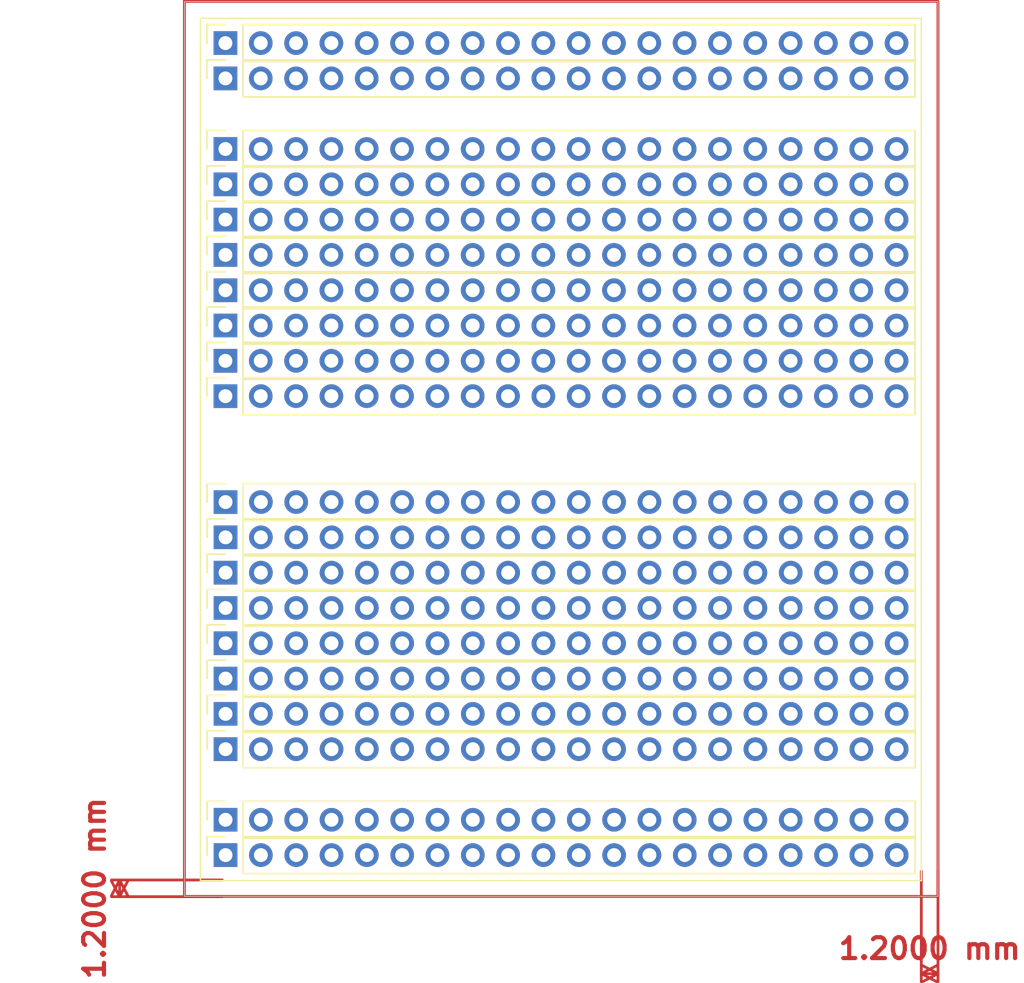
<source format=kicad_pcb>
(kicad_pcb (version 20240108) (generator "pcbnew") (generator_version "8.0")
  (layers (0 "F.Cu" signal) (31 "B.Cu" signal) (34 "B.Paste" user) (35 "F.Paste" user) (36 "B.SilkS" user "B.Silkscreen") (37 "F.SilkS" user "F.Silkscreen") (38 "B.Mask" user) (39 "F.Mask" user) (44 "Edge.Cuts" user))
  (net 0 "")
  (footprint "Connector_PinSocket_2.54mm:PinSocket_1x20_P2.54mm_Vertical" (layer "F.Cu") (at 48.41 92.62 90)
    (property "Reference" "REF**" (hide yes))
    (property "Value" "PinSocket_1x20_P2.54mm_Vertical" (hide yes))
    (pad "1" thru_hole rect (at 0 0 90) (size 1.7 1.7) (drill 1) (layers "*.Cu" "*.Mask"))
    (pad "2" thru_hole oval (at 0 2.54 90) (size 1.7 1.7) (drill 1) (layers "*.Cu" "*.Mask"))
    (pad "3" thru_hole oval (at 0 5.08 90) (size 1.7 1.7) (drill 1) (layers "*.Cu" "*.Mask"))
    (pad "4" thru_hole oval (at 0 7.62 90) (size 1.7 1.7) (drill 1) (layers "*.Cu" "*.Mask"))
    (pad "5" thru_hole oval (at 0 10.16 90) (size 1.7 1.7) (drill 1) (layers "*.Cu" "*.Mask"))
    (pad "6" thru_hole oval (at 0 12.7 90) (size 1.7 1.7) (drill 1) (layers "*.Cu" "*.Mask"))
    (pad "7" thru_hole oval (at 0 15.24 90) (size 1.7 1.7) (drill 1) (layers "*.Cu" "*.Mask"))
    (pad "8" thru_hole oval (at 0 17.78 90) (size 1.7 1.7) (drill 1) (layers "*.Cu" "*.Mask"))
    (pad "9" thru_hole oval (at 0 20.32 90) (size 1.7 1.7) (drill 1) (layers "*.Cu" "*.Mask"))
    (pad "10" thru_hole oval (at 0 22.86 90) (size 1.7 1.7) (drill 1) (layers "*.Cu" "*.Mask"))
    (pad "11" thru_hole oval (at 0 25.4 90) (size 1.7 1.7) (drill 1) (layers "*.Cu" "*.Mask"))
    (pad "12" thru_hole oval (at 0 27.94 90) (size 1.7 1.7) (drill 1) (layers "*.Cu" "*.Mask"))
    (pad "13" thru_hole oval (at 0 30.48 90) (size 1.7 1.7) (drill 1) (layers "*.Cu" "*.Mask"))
    (pad "14" thru_hole oval (at 0 33.02 90) (size 1.7 1.7) (drill 1) (layers "*.Cu" "*.Mask"))
    (pad "15" thru_hole oval (at 0 35.56 90) (size 1.7 1.7) (drill 1) (layers "*.Cu" "*.Mask"))
    (pad "16" thru_hole oval (at 0 38.1 90) (size 1.7 1.7) (drill 1) (layers "*.Cu" "*.Mask"))
    (pad "17" thru_hole oval (at 0 40.64 90) (size 1.7 1.7) (drill 1) (layers "*.Cu" "*.Mask"))
    (pad "18" thru_hole oval (at 0 43.18 90) (size 1.7 1.7) (drill 1) (layers "*.Cu" "*.Mask"))
    (pad "19" thru_hole oval (at 0 45.72 90) (size 1.7 1.7) (drill 1) (layers "*.Cu" "*.Mask"))
    (pad "20" thru_hole oval (at 0 48.26 90) (size 1.7 1.7) (drill 1) (layers "*.Cu" "*.Mask"))
  )
  (footprint "Connector_PinSocket_2.54mm:PinSocket_1x20_P2.54mm_Vertical" (layer "F.Cu") (at 48.4 72.3 90)
    (property "Reference" "REF**" (hide yes))
    (property "Value" "PinSocket_1x20_P2.54mm_Vertical" (hide yes))
    (pad "1" thru_hole rect (at 0 0 90) (size 1.7 1.7) (drill 1) (layers "*.Cu" "*.Mask"))
    (pad "2" thru_hole oval (at 0 2.54 90) (size 1.7 1.7) (drill 1) (layers "*.Cu" "*.Mask"))
    (pad "3" thru_hole oval (at 0 5.08 90) (size 1.7 1.7) (drill 1) (layers "*.Cu" "*.Mask"))
    (pad "4" thru_hole oval (at 0 7.62 90) (size 1.7 1.7) (drill 1) (layers "*.Cu" "*.Mask"))
    (pad "5" thru_hole oval (at 0 10.16 90) (size 1.7 1.7) (drill 1) (layers "*.Cu" "*.Mask"))
    (pad "6" thru_hole oval (at 0 12.7 90) (size 1.7 1.7) (drill 1) (layers "*.Cu" "*.Mask"))
    (pad "7" thru_hole oval (at 0 15.24 90) (size 1.7 1.7) (drill 1) (layers "*.Cu" "*.Mask"))
    (pad "8" thru_hole oval (at 0 17.78 90) (size 1.7 1.7) (drill 1) (layers "*.Cu" "*.Mask"))
    (pad "9" thru_hole oval (at 0 20.32 90) (size 1.7 1.7) (drill 1) (layers "*.Cu" "*.Mask"))
    (pad "10" thru_hole oval (at 0 22.86 90) (size 1.7 1.7) (drill 1) (layers "*.Cu" "*.Mask"))
    (pad "11" thru_hole oval (at 0 25.4 90) (size 1.7 1.7) (drill 1) (layers "*.Cu" "*.Mask"))
    (pad "12" thru_hole oval (at 0 27.94 90) (size 1.7 1.7) (drill 1) (layers "*.Cu" "*.Mask"))
    (pad "13" thru_hole oval (at 0 30.48 90) (size 1.7 1.7) (drill 1) (layers "*.Cu" "*.Mask"))
    (pad "14" thru_hole oval (at 0 33.02 90) (size 1.7 1.7) (drill 1) (layers "*.Cu" "*.Mask"))
    (pad "15" thru_hole oval (at 0 35.56 90) (size 1.7 1.7) (drill 1) (layers "*.Cu" "*.Mask"))
    (pad "16" thru_hole oval (at 0 38.1 90) (size 1.7 1.7) (drill 1) (layers "*.Cu" "*.Mask"))
    (pad "17" thru_hole oval (at 0 40.64 90) (size 1.7 1.7) (drill 1) (layers "*.Cu" "*.Mask"))
    (pad "18" thru_hole oval (at 0 43.18 90) (size 1.7 1.7) (drill 1) (layers "*.Cu" "*.Mask"))
    (pad "19" thru_hole oval (at 0 45.72 90) (size 1.7 1.7) (drill 1) (layers "*.Cu" "*.Mask"))
    (pad "20" thru_hole oval (at 0 48.26 90) (size 1.7 1.7) (drill 1) (layers "*.Cu" "*.Mask"))
  )
  (footprint "Connector_PinSocket_2.54mm:PinSocket_1x20_P2.54mm_Vertical" (layer "F.Cu") (at 48.41 100.24 90)
    (property "Reference" "REF**" (hide yes))
    (property "Value" "PinSocket_1x20_P2.54mm_Vertical" (hide yes))
    (pad "1" thru_hole rect (at 0 0 90) (size 1.7 1.7) (drill 1) (layers "*.Cu" "*.Mask"))
    (pad "2" thru_hole oval (at 0 2.54 90) (size 1.7 1.7) (drill 1) (layers "*.Cu" "*.Mask"))
    (pad "3" thru_hole oval (at 0 5.08 90) (size 1.7 1.7) (drill 1) (layers "*.Cu" "*.Mask"))
    (pad "4" thru_hole oval (at 0 7.62 90) (size 1.7 1.7) (drill 1) (layers "*.Cu" "*.Mask"))
    (pad "5" thru_hole oval (at 0 10.16 90) (size 1.7 1.7) (drill 1) (layers "*.Cu" "*.Mask"))
    (pad "6" thru_hole oval (at 0 12.7 90) (size 1.7 1.7) (drill 1) (layers "*.Cu" "*.Mask"))
    (pad "7" thru_hole oval (at 0 15.24 90) (size 1.7 1.7) (drill 1) (layers "*.Cu" "*.Mask"))
    (pad "8" thru_hole oval (at 0 17.78 90) (size 1.7 1.7) (drill 1) (layers "*.Cu" "*.Mask"))
    (pad "9" thru_hole oval (at 0 20.32 90) (size 1.7 1.7) (drill 1) (layers "*.Cu" "*.Mask"))
    (pad "10" thru_hole oval (at 0 22.86 90) (size 1.7 1.7) (drill 1) (layers "*.Cu" "*.Mask"))
    (pad "11" thru_hole oval (at 0 25.4 90) (size 1.7 1.7) (drill 1) (layers "*.Cu" "*.Mask"))
    (pad "12" thru_hole oval (at 0 27.94 90) (size 1.7 1.7) (drill 1) (layers "*.Cu" "*.Mask"))
    (pad "13" thru_hole oval (at 0 30.48 90) (size 1.7 1.7) (drill 1) (layers "*.Cu" "*.Mask"))
    (pad "14" thru_hole oval (at 0 33.02 90) (size 1.7 1.7) (drill 1) (layers "*.Cu" "*.Mask"))
    (pad "15" thru_hole oval (at 0 35.56 90) (size 1.7 1.7) (drill 1) (layers "*.Cu" "*.Mask"))
    (pad "16" thru_hole oval (at 0 38.1 90) (size 1.7 1.7) (drill 1) (layers "*.Cu" "*.Mask"))
    (pad "17" thru_hole oval (at 0 40.64 90) (size 1.7 1.7) (drill 1) (layers "*.Cu" "*.Mask"))
    (pad "18" thru_hole oval (at 0 43.18 90) (size 1.7 1.7) (drill 1) (layers "*.Cu" "*.Mask"))
    (pad "19" thru_hole oval (at 0 45.72 90) (size 1.7 1.7) (drill 1) (layers "*.Cu" "*.Mask"))
    (pad "20" thru_hole oval (at 0 48.26 90) (size 1.7 1.7) (drill 1) (layers "*.Cu" "*.Mask"))
  )
  (footprint "Connector_PinSocket_2.54mm:PinSocket_1x20_P2.54mm_Vertical" (layer "F.Cu") (at 48.41 97.7 90)
    (property "Reference" "REF**" (hide yes))
    (property "Value" "PinSocket_1x20_P2.54mm_Vertical" (hide yes))
    (pad "1" thru_hole rect (at 0 0 90) (size 1.7 1.7) (drill 1) (layers "*.Cu" "*.Mask"))
    (pad "2" thru_hole oval (at 0 2.54 90) (size 1.7 1.7) (drill 1) (layers "*.Cu" "*.Mask"))
    (pad "3" thru_hole oval (at 0 5.08 90) (size 1.7 1.7) (drill 1) (layers "*.Cu" "*.Mask"))
    (pad "4" thru_hole oval (at 0 7.62 90) (size 1.7 1.7) (drill 1) (layers "*.Cu" "*.Mask"))
    (pad "5" thru_hole oval (at 0 10.16 90) (size 1.7 1.7) (drill 1) (layers "*.Cu" "*.Mask"))
    (pad "6" thru_hole oval (at 0 12.7 90) (size 1.7 1.7) (drill 1) (layers "*.Cu" "*.Mask"))
    (pad "7" thru_hole oval (at 0 15.24 90) (size 1.7 1.7) (drill 1) (layers "*.Cu" "*.Mask"))
    (pad "8" thru_hole oval (at 0 17.78 90) (size 1.7 1.7) (drill 1) (layers "*.Cu" "*.Mask"))
    (pad "9" thru_hole oval (at 0 20.32 90) (size 1.7 1.7) (drill 1) (layers "*.Cu" "*.Mask"))
    (pad "10" thru_hole oval (at 0 22.86 90) (size 1.7 1.7) (drill 1) (layers "*.Cu" "*.Mask"))
    (pad "11" thru_hole oval (at 0 25.4 90) (size 1.7 1.7) (drill 1) (layers "*.Cu" "*.Mask"))
    (pad "12" thru_hole oval (at 0 27.94 90) (size 1.7 1.7) (drill 1) (layers "*.Cu" "*.Mask"))
    (pad "13" thru_hole oval (at 0 30.48 90) (size 1.7 1.7) (drill 1) (layers "*.Cu" "*.Mask"))
    (pad "14" thru_hole oval (at 0 33.02 90) (size 1.7 1.7) (drill 1) (layers "*.Cu" "*.Mask"))
    (pad "15" thru_hole oval (at 0 35.56 90) (size 1.7 1.7) (drill 1) (layers "*.Cu" "*.Mask"))
    (pad "16" thru_hole oval (at 0 38.1 90) (size 1.7 1.7) (drill 1) (layers "*.Cu" "*.Mask"))
    (pad "17" thru_hole oval (at 0 40.64 90) (size 1.7 1.7) (drill 1) (layers "*.Cu" "*.Mask"))
    (pad "18" thru_hole oval (at 0 43.18 90) (size 1.7 1.7) (drill 1) (layers "*.Cu" "*.Mask"))
    (pad "19" thru_hole oval (at 0 45.72 90) (size 1.7 1.7) (drill 1) (layers "*.Cu" "*.Mask"))
    (pad "20" thru_hole oval (at 0 48.26 90) (size 1.7 1.7) (drill 1) (layers "*.Cu" "*.Mask"))
  )
  (footprint "Connector_PinSocket_2.54mm:PinSocket_1x20_P2.54mm_Vertical" (layer "F.Cu") (at 48.4 69.76 90)
    (property "Reference" "REF**" (hide yes))
    (property "Value" "PinSocket_1x20_P2.54mm_Vertical" (hide yes))
    (pad "1" thru_hole rect (at 0 0 90) (size 1.7 1.7) (drill 1) (layers "*.Cu" "*.Mask"))
    (pad "2" thru_hole oval (at 0 2.54 90) (size 1.7 1.7) (drill 1) (layers "*.Cu" "*.Mask"))
    (pad "3" thru_hole oval (at 0 5.08 90) (size 1.7 1.7) (drill 1) (layers "*.Cu" "*.Mask"))
    (pad "4" thru_hole oval (at 0 7.62 90) (size 1.7 1.7) (drill 1) (layers "*.Cu" "*.Mask"))
    (pad "5" thru_hole oval (at 0 10.16 90) (size 1.7 1.7) (drill 1) (layers "*.Cu" "*.Mask"))
    (pad "6" thru_hole oval (at 0 12.7 90) (size 1.7 1.7) (drill 1) (layers "*.Cu" "*.Mask"))
    (pad "7" thru_hole oval (at 0 15.24 90) (size 1.7 1.7) (drill 1) (layers "*.Cu" "*.Mask"))
    (pad "8" thru_hole oval (at 0 17.78 90) (size 1.7 1.7) (drill 1) (layers "*.Cu" "*.Mask"))
    (pad "9" thru_hole oval (at 0 20.32 90) (size 1.7 1.7) (drill 1) (layers "*.Cu" "*.Mask"))
    (pad "10" thru_hole oval (at 0 22.86 90) (size 1.7 1.7) (drill 1) (layers "*.Cu" "*.Mask"))
    (pad "11" thru_hole oval (at 0 25.4 90) (size 1.7 1.7) (drill 1) (layers "*.Cu" "*.Mask"))
    (pad "12" thru_hole oval (at 0 27.94 90) (size 1.7 1.7) (drill 1) (layers "*.Cu" "*.Mask"))
    (pad "13" thru_hole oval (at 0 30.48 90) (size 1.7 1.7) (drill 1) (layers "*.Cu" "*.Mask"))
    (pad "14" thru_hole oval (at 0 33.02 90) (size 1.7 1.7) (drill 1) (layers "*.Cu" "*.Mask"))
    (pad "15" thru_hole oval (at 0 35.56 90) (size 1.7 1.7) (drill 1) (layers "*.Cu" "*.Mask"))
    (pad "16" thru_hole oval (at 0 38.1 90) (size 1.7 1.7) (drill 1) (layers "*.Cu" "*.Mask"))
    (pad "17" thru_hole oval (at 0 40.64 90) (size 1.7 1.7) (drill 1) (layers "*.Cu" "*.Mask"))
    (pad "18" thru_hole oval (at 0 43.18 90) (size 1.7 1.7) (drill 1) (layers "*.Cu" "*.Mask"))
    (pad "19" thru_hole oval (at 0 45.72 90) (size 1.7 1.7) (drill 1) (layers "*.Cu" "*.Mask"))
    (pad "20" thru_hole oval (at 0 48.26 90) (size 1.7 1.7) (drill 1) (layers "*.Cu" "*.Mask"))
  )
  (footprint "Connector_PinSocket_2.54mm:PinSocket_1x20_P2.54mm_Vertical" (layer "F.Cu") (at 48.4 64.68 90)
    (property "Reference" "REF**" (hide yes))
    (property "Value" "PinSocket_1x20_P2.54mm_Vertical" (hide yes))
    (pad "1" thru_hole rect (at 0 0 90) (size 1.7 1.7) (drill 1) (layers "*.Cu" "*.Mask"))
    (pad "2" thru_hole oval (at 0 2.54 90) (size 1.7 1.7) (drill 1) (layers "*.Cu" "*.Mask"))
    (pad "3" thru_hole oval (at 0 5.08 90) (size 1.7 1.7) (drill 1) (layers "*.Cu" "*.Mask"))
    (pad "4" thru_hole oval (at 0 7.62 90) (size 1.7 1.7) (drill 1) (layers "*.Cu" "*.Mask"))
    (pad "5" thru_hole oval (at 0 10.16 90) (size 1.7 1.7) (drill 1) (layers "*.Cu" "*.Mask"))
    (pad "6" thru_hole oval (at 0 12.7 90) (size 1.7 1.7) (drill 1) (layers "*.Cu" "*.Mask"))
    (pad "7" thru_hole oval (at 0 15.24 90) (size 1.7 1.7) (drill 1) (layers "*.Cu" "*.Mask"))
    (pad "8" thru_hole oval (at 0 17.78 90) (size 1.7 1.7) (drill 1) (layers "*.Cu" "*.Mask"))
    (pad "9" thru_hole oval (at 0 20.32 90) (size 1.7 1.7) (drill 1) (layers "*.Cu" "*.Mask"))
    (pad "10" thru_hole oval (at 0 22.86 90) (size 1.7 1.7) (drill 1) (layers "*.Cu" "*.Mask"))
    (pad "11" thru_hole oval (at 0 25.4 90) (size 1.7 1.7) (drill 1) (layers "*.Cu" "*.Mask"))
    (pad "12" thru_hole oval (at 0 27.94 90) (size 1.7 1.7) (drill 1) (layers "*.Cu" "*.Mask"))
    (pad "13" thru_hole oval (at 0 30.48 90) (size 1.7 1.7) (drill 1) (layers "*.Cu" "*.Mask"))
    (pad "14" thru_hole oval (at 0 33.02 90) (size 1.7 1.7) (drill 1) (layers "*.Cu" "*.Mask"))
    (pad "15" thru_hole oval (at 0 35.56 90) (size 1.7 1.7) (drill 1) (layers "*.Cu" "*.Mask"))
    (pad "16" thru_hole oval (at 0 38.1 90) (size 1.7 1.7) (drill 1) (layers "*.Cu" "*.Mask"))
    (pad "17" thru_hole oval (at 0 40.64 90) (size 1.7 1.7) (drill 1) (layers "*.Cu" "*.Mask"))
    (pad "18" thru_hole oval (at 0 43.18 90) (size 1.7 1.7) (drill 1) (layers "*.Cu" "*.Mask"))
    (pad "19" thru_hole oval (at 0 45.72 90) (size 1.7 1.7) (drill 1) (layers "*.Cu" "*.Mask"))
    (pad "20" thru_hole oval (at 0 48.26 90) (size 1.7 1.7) (drill 1) (layers "*.Cu" "*.Mask"))
  )
  (footprint "Connector_PinSocket_2.54mm:PinSocket_1x20_P2.54mm_Vertical" (layer "F.Cu") (at 48.4 62.14 90)
    (property "Reference" "REF**" (hide yes))
    (property "Value" "PinSocket_1x20_P2.54mm_Vertical" (hide yes))
    (pad "1" thru_hole rect (at 0 0 90) (size 1.7 1.7) (drill 1) (layers "*.Cu" "*.Mask"))
    (pad "2" thru_hole oval (at 0 2.54 90) (size 1.7 1.7) (drill 1) (layers "*.Cu" "*.Mask"))
    (pad "3" thru_hole oval (at 0 5.08 90) (size 1.7 1.7) (drill 1) (layers "*.Cu" "*.Mask"))
    (pad "4" thru_hole oval (at 0 7.62 90) (size 1.7 1.7) (drill 1) (layers "*.Cu" "*.Mask"))
    (pad "5" thru_hole oval (at 0 10.16 90) (size 1.7 1.7) (drill 1) (layers "*.Cu" "*.Mask"))
    (pad "6" thru_hole oval (at 0 12.7 90) (size 1.7 1.7) (drill 1) (layers "*.Cu" "*.Mask"))
    (pad "7" thru_hole oval (at 0 15.24 90) (size 1.7 1.7) (drill 1) (layers "*.Cu" "*.Mask"))
    (pad "8" thru_hole oval (at 0 17.78 90) (size 1.7 1.7) (drill 1) (layers "*.Cu" "*.Mask"))
    (pad "9" thru_hole oval (at 0 20.32 90) (size 1.7 1.7) (drill 1) (layers "*.Cu" "*.Mask"))
    (pad "10" thru_hole oval (at 0 22.86 90) (size 1.7 1.7) (drill 1) (layers "*.Cu" "*.Mask"))
    (pad "11" thru_hole oval (at 0 25.4 90) (size 1.7 1.7) (drill 1) (layers "*.Cu" "*.Mask"))
    (pad "12" thru_hole oval (at 0 27.94 90) (size 1.7 1.7) (drill 1) (layers "*.Cu" "*.Mask"))
    (pad "13" thru_hole oval (at 0 30.48 90) (size 1.7 1.7) (drill 1) (layers "*.Cu" "*.Mask"))
    (pad "14" thru_hole oval (at 0 33.02 90) (size 1.7 1.7) (drill 1) (layers "*.Cu" "*.Mask"))
    (pad "15" thru_hole oval (at 0 35.56 90) (size 1.7 1.7) (drill 1) (layers "*.Cu" "*.Mask"))
    (pad "16" thru_hole oval (at 0 38.1 90) (size 1.7 1.7) (drill 1) (layers "*.Cu" "*.Mask"))
    (pad "17" thru_hole oval (at 0 40.64 90) (size 1.7 1.7) (drill 1) (layers "*.Cu" "*.Mask"))
    (pad "18" thru_hole oval (at 0 43.18 90) (size 1.7 1.7) (drill 1) (layers "*.Cu" "*.Mask"))
    (pad "19" thru_hole oval (at 0 45.72 90) (size 1.7 1.7) (drill 1) (layers "*.Cu" "*.Mask"))
    (pad "20" thru_hole oval (at 0 48.26 90) (size 1.7 1.7) (drill 1) (layers "*.Cu" "*.Mask"))
  )
  (footprint "Connector_PinSocket_2.54mm:PinSocket_1x20_P2.54mm_Vertical" (layer "F.Cu") (at 48.41 95.16 90)
    (property "Reference" "REF**" (hide yes))
    (property "Value" "PinSocket_1x20_P2.54mm_Vertical" (hide yes))
    (pad "1" thru_hole rect (at 0 0 90) (size 1.7 1.7) (drill 1) (layers "*.Cu" "*.Mask"))
    (pad "2" thru_hole oval (at 0 2.54 90) (size 1.7 1.7) (drill 1) (layers "*.Cu" "*.Mask"))
    (pad "3" thru_hole oval (at 0 5.08 90) (size 1.7 1.7) (drill 1) (layers "*.Cu" "*.Mask"))
    (pad "4" thru_hole oval (at 0 7.62 90) (size 1.7 1.7) (drill 1) (layers "*.Cu" "*.Mask"))
    (pad "5" thru_hole oval (at 0 10.16 90) (size 1.7 1.7) (drill 1) (layers "*.Cu" "*.Mask"))
    (pad "6" thru_hole oval (at 0 12.7 90) (size 1.7 1.7) (drill 1) (layers "*.Cu" "*.Mask"))
    (pad "7" thru_hole oval (at 0 15.24 90) (size 1.7 1.7) (drill 1) (layers "*.Cu" "*.Mask"))
    (pad "8" thru_hole oval (at 0 17.78 90) (size 1.7 1.7) (drill 1) (layers "*.Cu" "*.Mask"))
    (pad "9" thru_hole oval (at 0 20.32 90) (size 1.7 1.7) (drill 1) (layers "*.Cu" "*.Mask"))
    (pad "10" thru_hole oval (at 0 22.86 90) (size 1.7 1.7) (drill 1) (layers "*.Cu" "*.Mask"))
    (pad "11" thru_hole oval (at 0 25.4 90) (size 1.7 1.7) (drill 1) (layers "*.Cu" "*.Mask"))
    (pad "12" thru_hole oval (at 0 27.94 90) (size 1.7 1.7) (drill 1) (layers "*.Cu" "*.Mask"))
    (pad "13" thru_hole oval (at 0 30.48 90) (size 1.7 1.7) (drill 1) (layers "*.Cu" "*.Mask"))
    (pad "14" thru_hole oval (at 0 33.02 90) (size 1.7 1.7) (drill 1) (layers "*.Cu" "*.Mask"))
    (pad "15" thru_hole oval (at 0 35.56 90) (size 1.7 1.7) (drill 1) (layers "*.Cu" "*.Mask"))
    (pad "16" thru_hole oval (at 0 38.1 90) (size 1.7 1.7) (drill 1) (layers "*.Cu" "*.Mask"))
    (pad "17" thru_hole oval (at 0 40.64 90) (size 1.7 1.7) (drill 1) (layers "*.Cu" "*.Mask"))
    (pad "18" thru_hole oval (at 0 43.18 90) (size 1.7 1.7) (drill 1) (layers "*.Cu" "*.Mask"))
    (pad "19" thru_hole oval (at 0 45.72 90) (size 1.7 1.7) (drill 1) (layers "*.Cu" "*.Mask"))
    (pad "20" thru_hole oval (at 0 48.26 90) (size 1.7 1.7) (drill 1) (layers "*.Cu" "*.Mask"))
  )
  (footprint "Connector_PinSocket_2.54mm:PinSocket_1x20_P2.54mm_Vertical" (layer "F.Cu") (at 48.41 90.08 90)
    (property "Reference" "REF**" (hide yes))
    (property "Value" "PinSocket_1x20_P2.54mm_Vertical" (hide yes))
    (pad "1" thru_hole rect (at 0 0 90) (size 1.7 1.7) (drill 1) (layers "*.Cu" "*.Mask"))
    (pad "2" thru_hole oval (at 0 2.54 90) (size 1.7 1.7) (drill 1) (layers "*.Cu" "*.Mask"))
    (pad "3" thru_hole oval (at 0 5.08 90) (size 1.7 1.7) (drill 1) (layers "*.Cu" "*.Mask"))
    (pad "4" thru_hole oval (at 0 7.62 90) (size 1.7 1.7) (drill 1) (layers "*.Cu" "*.Mask"))
    (pad "5" thru_hole oval (at 0 10.16 90) (size 1.7 1.7) (drill 1) (layers "*.Cu" "*.Mask"))
    (pad "6" thru_hole oval (at 0 12.7 90) (size 1.7 1.7) (drill 1) (layers "*.Cu" "*.Mask"))
    (pad "7" thru_hole oval (at 0 15.24 90) (size 1.7 1.7) (drill 1) (layers "*.Cu" "*.Mask"))
    (pad "8" thru_hole oval (at 0 17.78 90) (size 1.7 1.7) (drill 1) (layers "*.Cu" "*.Mask"))
    (pad "9" thru_hole oval (at 0 20.32 90) (size 1.7 1.7) (drill 1) (layers "*.Cu" "*.Mask"))
    (pad "10" thru_hole oval (at 0 22.86 90) (size 1.7 1.7) (drill 1) (layers "*.Cu" "*.Mask"))
    (pad "11" thru_hole oval (at 0 25.4 90) (size 1.7 1.7) (drill 1) (layers "*.Cu" "*.Mask"))
    (pad "12" thru_hole oval (at 0 27.94 90) (size 1.7 1.7) (drill 1) (layers "*.Cu" "*.Mask"))
    (pad "13" thru_hole oval (at 0 30.48 90) (size 1.7 1.7) (drill 1) (layers "*.Cu" "*.Mask"))
    (pad "14" thru_hole oval (at 0 33.02 90) (size 1.7 1.7) (drill 1) (layers "*.Cu" "*.Mask"))
    (pad "15" thru_hole oval (at 0 35.56 90) (size 1.7 1.7) (drill 1) (layers "*.Cu" "*.Mask"))
    (pad "16" thru_hole oval (at 0 38.1 90) (size 1.7 1.7) (drill 1) (layers "*.Cu" "*.Mask"))
    (pad "17" thru_hole oval (at 0 40.64 90) (size 1.7 1.7) (drill 1) (layers "*.Cu" "*.Mask"))
    (pad "18" thru_hole oval (at 0 43.18 90) (size 1.7 1.7) (drill 1) (layers "*.Cu" "*.Mask"))
    (pad "19" thru_hole oval (at 0 45.72 90) (size 1.7 1.7) (drill 1) (layers "*.Cu" "*.Mask"))
    (pad "20" thru_hole oval (at 0 48.26 90) (size 1.7 1.7) (drill 1) (layers "*.Cu" "*.Mask"))
  )
  (footprint "Connector_PinSocket_2.54mm:PinSocket_1x20_P2.54mm_Vertical" (layer "F.Cu") (at 48.41 107.86 90)
    (property "Reference" "REF**" (hide yes))
    (property "Value" "PinSocket_1x20_P2.54mm_Vertical" (hide yes))
    (pad "1" thru_hole rect (at 0 0 90) (size 1.7 1.7) (drill 1) (layers "*.Cu" "*.Mask"))
    (pad "2" thru_hole oval (at 0 2.54 90) (size 1.7 1.7) (drill 1) (layers "*.Cu" "*.Mask"))
    (pad "3" thru_hole oval (at 0 5.08 90) (size 1.7 1.7) (drill 1) (layers "*.Cu" "*.Mask"))
    (pad "4" thru_hole oval (at 0 7.62 90) (size 1.7 1.7) (drill 1) (layers "*.Cu" "*.Mask"))
    (pad "5" thru_hole oval (at 0 10.16 90) (size 1.7 1.7) (drill 1) (layers "*.Cu" "*.Mask"))
    (pad "6" thru_hole oval (at 0 12.7 90) (size 1.7 1.7) (drill 1) (layers "*.Cu" "*.Mask"))
    (pad "7" thru_hole oval (at 0 15.24 90) (size 1.7 1.7) (drill 1) (layers "*.Cu" "*.Mask"))
    (pad "8" thru_hole oval (at 0 17.78 90) (size 1.7 1.7) (drill 1) (layers "*.Cu" "*.Mask"))
    (pad "9" thru_hole oval (at 0 20.32 90) (size 1.7 1.7) (drill 1) (layers "*.Cu" "*.Mask"))
    (pad "10" thru_hole oval (at 0 22.86 90) (size 1.7 1.7) (drill 1) (layers "*.Cu" "*.Mask"))
    (pad "11" thru_hole oval (at 0 25.4 90) (size 1.7 1.7) (drill 1) (layers "*.Cu" "*.Mask"))
    (pad "12" thru_hole oval (at 0 27.94 90) (size 1.7 1.7) (drill 1) (layers "*.Cu" "*.Mask"))
    (pad "13" thru_hole oval (at 0 30.48 90) (size 1.7 1.7) (drill 1) (layers "*.Cu" "*.Mask"))
    (pad "14" thru_hole oval (at 0 33.02 90) (size 1.7 1.7) (drill 1) (layers "*.Cu" "*.Mask"))
    (pad "15" thru_hole oval (at 0 35.56 90) (size 1.7 1.7) (drill 1) (layers "*.Cu" "*.Mask"))
    (pad "16" thru_hole oval (at 0 38.1 90) (size 1.7 1.7) (drill 1) (layers "*.Cu" "*.Mask"))
    (pad "17" thru_hole oval (at 0 40.64 90) (size 1.7 1.7) (drill 1) (layers "*.Cu" "*.Mask"))
    (pad "18" thru_hole oval (at 0 43.18 90) (size 1.7 1.7) (drill 1) (layers "*.Cu" "*.Mask"))
    (pad "19" thru_hole oval (at 0 45.72 90) (size 1.7 1.7) (drill 1) (layers "*.Cu" "*.Mask"))
    (pad "20" thru_hole oval (at 0 48.26 90) (size 1.7 1.7) (drill 1) (layers "*.Cu" "*.Mask"))
  )
  (footprint "Connector_PinSocket_2.54mm:PinSocket_1x20_P2.54mm_Vertical" (layer "F.Cu") (at 48.41 87.54 90)
    (property "Reference" "REF**" (hide yes))
    (property "Value" "PinSocket_1x20_P2.54mm_Vertical" (hide yes))
    (pad "1" thru_hole rect (at 0 0 90) (size 1.7 1.7) (drill 1) (layers "*.Cu" "*.Mask"))
    (pad "2" thru_hole oval (at 0 2.54 90) (size 1.7 1.7) (drill 1) (layers "*.Cu" "*.Mask"))
    (pad "3" thru_hole oval (at 0 5.08 90) (size 1.7 1.7) (drill 1) (layers "*.Cu" "*.Mask"))
    (pad "4" thru_hole oval (at 0 7.62 90) (size 1.7 1.7) (drill 1) (layers "*.Cu" "*.Mask"))
    (pad "5" thru_hole oval (at 0 10.16 90) (size 1.7 1.7) (drill 1) (layers "*.Cu" "*.Mask"))
    (pad "6" thru_hole oval (at 0 12.7 90) (size 1.7 1.7) (drill 1) (layers "*.Cu" "*.Mask"))
    (pad "7" thru_hole oval (at 0 15.24 90) (size 1.7 1.7) (drill 1) (layers "*.Cu" "*.Mask"))
    (pad "8" thru_hole oval (at 0 17.78 90) (size 1.7 1.7) (drill 1) (layers "*.Cu" "*.Mask"))
    (pad "9" thru_hole oval (at 0 20.32 90) (size 1.7 1.7) (drill 1) (layers "*.Cu" "*.Mask"))
    (pad "10" thru_hole oval (at 0 22.86 90) (size 1.7 1.7) (drill 1) (layers "*.Cu" "*.Mask"))
    (pad "11" thru_hole oval (at 0 25.4 90) (size 1.7 1.7) (drill 1) (layers "*.Cu" "*.Mask"))
    (pad "12" thru_hole oval (at 0 27.94 90) (size 1.7 1.7) (drill 1) (layers "*.Cu" "*.Mask"))
    (pad "13" thru_hole oval (at 0 30.48 90) (size 1.7 1.7) (drill 1) (layers "*.Cu" "*.Mask"))
    (pad "14" thru_hole oval (at 0 33.02 90) (size 1.7 1.7) (drill 1) (layers "*.Cu" "*.Mask"))
    (pad "15" thru_hole oval (at 0 35.56 90) (size 1.7 1.7) (drill 1) (layers "*.Cu" "*.Mask"))
    (pad "16" thru_hole oval (at 0 38.1 90) (size 1.7 1.7) (drill 1) (layers "*.Cu" "*.Mask"))
    (pad "17" thru_hole oval (at 0 40.64 90) (size 1.7 1.7) (drill 1) (layers "*.Cu" "*.Mask"))
    (pad "18" thru_hole oval (at 0 43.18 90) (size 1.7 1.7) (drill 1) (layers "*.Cu" "*.Mask"))
    (pad "19" thru_hole oval (at 0 45.72 90) (size 1.7 1.7) (drill 1) (layers "*.Cu" "*.Mask"))
    (pad "20" thru_hole oval (at 0 48.26 90) (size 1.7 1.7) (drill 1) (layers "*.Cu" "*.Mask"))
  )
  (footprint "Connector_PinSocket_2.54mm:PinSocket_1x20_P2.54mm_Vertical" (layer "F.Cu") (at 48.4 67.22 90)
    (property "Reference" "REF**" (hide yes))
    (property "Value" "PinSocket_1x20_P2.54mm_Vertical" (hide yes))
    (pad "1" thru_hole rect (at 0 0 90) (size 1.7 1.7) (drill 1) (layers "*.Cu" "*.Mask"))
    (pad "2" thru_hole oval (at 0 2.54 90) (size 1.7 1.7) (drill 1) (layers "*.Cu" "*.Mask"))
    (pad "3" thru_hole oval (at 0 5.08 90) (size 1.7 1.7) (drill 1) (layers "*.Cu" "*.Mask"))
    (pad "4" thru_hole oval (at 0 7.62 90) (size 1.7 1.7) (drill 1) (layers "*.Cu" "*.Mask"))
    (pad "5" thru_hole oval (at 0 10.16 90) (size 1.7 1.7) (drill 1) (layers "*.Cu" "*.Mask"))
    (pad "6" thru_hole oval (at 0 12.7 90) (size 1.7 1.7) (drill 1) (layers "*.Cu" "*.Mask"))
    (pad "7" thru_hole oval (at 0 15.24 90) (size 1.7 1.7) (drill 1) (layers "*.Cu" "*.Mask"))
    (pad "8" thru_hole oval (at 0 17.78 90) (size 1.7 1.7) (drill 1) (layers "*.Cu" "*.Mask"))
    (pad "9" thru_hole oval (at 0 20.32 90) (size 1.7 1.7) (drill 1) (layers "*.Cu" "*.Mask"))
    (pad "10" thru_hole oval (at 0 22.86 90) (size 1.7 1.7) (drill 1) (layers "*.Cu" "*.Mask"))
    (pad "11" thru_hole oval (at 0 25.4 90) (size 1.7 1.7) (drill 1) (layers "*.Cu" "*.Mask"))
    (pad "12" thru_hole oval (at 0 27.94 90) (size 1.7 1.7) (drill 1) (layers "*.Cu" "*.Mask"))
    (pad "13" thru_hole oval (at 0 30.48 90) (size 1.7 1.7) (drill 1) (layers "*.Cu" "*.Mask"))
    (pad "14" thru_hole oval (at 0 33.02 90) (size 1.7 1.7) (drill 1) (layers "*.Cu" "*.Mask"))
    (pad "15" thru_hole oval (at 0 35.56 90) (size 1.7 1.7) (drill 1) (layers "*.Cu" "*.Mask"))
    (pad "16" thru_hole oval (at 0 38.1 90) (size 1.7 1.7) (drill 1) (layers "*.Cu" "*.Mask"))
    (pad "17" thru_hole oval (at 0 40.64 90) (size 1.7 1.7) (drill 1) (layers "*.Cu" "*.Mask"))
    (pad "18" thru_hole oval (at 0 43.18 90) (size 1.7 1.7) (drill 1) (layers "*.Cu" "*.Mask"))
    (pad "19" thru_hole oval (at 0 45.72 90) (size 1.7 1.7) (drill 1) (layers "*.Cu" "*.Mask"))
    (pad "20" thru_hole oval (at 0 48.26 90) (size 1.7 1.7) (drill 1) (layers "*.Cu" "*.Mask"))
  )
  (footprint "Connector_PinSocket_2.54mm:PinSocket_1x20_P2.54mm_Vertical" (layer "F.Cu") (at 48.4 59.6 90)
    (property "Reference" "REF**" (hide yes))
    (property "Value" "PinSocket_1x20_P2.54mm_Vertical" (hide yes))
    (pad "1" thru_hole rect (at 0 0 90) (size 1.7 1.7) (drill 1) (layers "*.Cu" "*.Mask"))
    (pad "2" thru_hole oval (at 0 2.54 90) (size 1.7 1.7) (drill 1) (layers "*.Cu" "*.Mask"))
    (pad "3" thru_hole oval (at 0 5.08 90) (size 1.7 1.7) (drill 1) (layers "*.Cu" "*.Mask"))
    (pad "4" thru_hole oval (at 0 7.62 90) (size 1.7 1.7) (drill 1) (layers "*.Cu" "*.Mask"))
    (pad "5" thru_hole oval (at 0 10.16 90) (size 1.7 1.7) (drill 1) (layers "*.Cu" "*.Mask"))
    (pad "6" thru_hole oval (at 0 12.7 90) (size 1.7 1.7) (drill 1) (layers "*.Cu" "*.Mask"))
    (pad "7" thru_hole oval (at 0 15.24 90) (size 1.7 1.7) (drill 1) (layers "*.Cu" "*.Mask"))
    (pad "8" thru_hole oval (at 0 17.78 90) (size 1.7 1.7) (drill 1) (layers "*.Cu" "*.Mask"))
    (pad "9" thru_hole oval (at 0 20.32 90) (size 1.7 1.7) (drill 1) (layers "*.Cu" "*.Mask"))
    (pad "10" thru_hole oval (at 0 22.86 90) (size 1.7 1.7) (drill 1) (layers "*.Cu" "*.Mask"))
    (pad "11" thru_hole oval (at 0 25.4 90) (size 1.7 1.7) (drill 1) (layers "*.Cu" "*.Mask"))
    (pad "12" thru_hole oval (at 0 27.94 90) (size 1.7 1.7) (drill 1) (layers "*.Cu" "*.Mask"))
    (pad "13" thru_hole oval (at 0 30.48 90) (size 1.7 1.7) (drill 1) (layers "*.Cu" "*.Mask"))
    (pad "14" thru_hole oval (at 0 33.02 90) (size 1.7 1.7) (drill 1) (layers "*.Cu" "*.Mask"))
    (pad "15" thru_hole oval (at 0 35.56 90) (size 1.7 1.7) (drill 1) (layers "*.Cu" "*.Mask"))
    (pad "16" thru_hole oval (at 0 38.1 90) (size 1.7 1.7) (drill 1) (layers "*.Cu" "*.Mask"))
    (pad "17" thru_hole oval (at 0 40.64 90) (size 1.7 1.7) (drill 1) (layers "*.Cu" "*.Mask"))
    (pad "18" thru_hole oval (at 0 43.18 90) (size 1.7 1.7) (drill 1) (layers "*.Cu" "*.Mask"))
    (pad "19" thru_hole oval (at 0 45.72 90) (size 1.7 1.7) (drill 1) (layers "*.Cu" "*.Mask"))
    (pad "20" thru_hole oval (at 0 48.26 90) (size 1.7 1.7) (drill 1) (layers "*.Cu" "*.Mask"))
  )
  (footprint "Connector_PinSocket_2.54mm:PinSocket_1x20_P2.54mm_Vertical" (layer "F.Cu") (at 48.41 105.32 90)
    (property "Reference" "REF**" (hide yes))
    (property "Value" "PinSocket_1x20_P2.54mm_Vertical" (hide yes))
    (pad "1" thru_hole rect (at 0 0 90) (size 1.7 1.7) (drill 1) (layers "*.Cu" "*.Mask"))
    (pad "2" thru_hole oval (at 0 2.54 90) (size 1.7 1.7) (drill 1) (layers "*.Cu" "*.Mask"))
    (pad "3" thru_hole oval (at 0 5.08 90) (size 1.7 1.7) (drill 1) (layers "*.Cu" "*.Mask"))
    (pad "4" thru_hole oval (at 0 7.62 90) (size 1.7 1.7) (drill 1) (layers "*.Cu" "*.Mask"))
    (pad "5" thru_hole oval (at 0 10.16 90) (size 1.7 1.7) (drill 1) (layers "*.Cu" "*.Mask"))
    (pad "6" thru_hole oval (at 0 12.7 90) (size 1.7 1.7) (drill 1) (layers "*.Cu" "*.Mask"))
    (pad "7" thru_hole oval (at 0 15.24 90) (size 1.7 1.7) (drill 1) (layers "*.Cu" "*.Mask"))
    (pad "8" thru_hole oval (at 0 17.78 90) (size 1.7 1.7) (drill 1) (layers "*.Cu" "*.Mask"))
    (pad "9" thru_hole oval (at 0 20.32 90) (size 1.7 1.7) (drill 1) (layers "*.Cu" "*.Mask"))
    (pad "10" thru_hole oval (at 0 22.86 90) (size 1.7 1.7) (drill 1) (layers "*.Cu" "*.Mask"))
    (pad "11" thru_hole oval (at 0 25.4 90) (size 1.7 1.7) (drill 1) (layers "*.Cu" "*.Mask"))
    (pad "12" thru_hole oval (at 0 27.94 90) (size 1.7 1.7) (drill 1) (layers "*.Cu" "*.Mask"))
    (pad "13" thru_hole oval (at 0 30.48 90) (size 1.7 1.7) (drill 1) (layers "*.Cu" "*.Mask"))
    (pad "14" thru_hole oval (at 0 33.02 90) (size 1.7 1.7) (drill 1) (layers "*.Cu" "*.Mask"))
    (pad "15" thru_hole oval (at 0 35.56 90) (size 1.7 1.7) (drill 1) (layers "*.Cu" "*.Mask"))
    (pad "16" thru_hole oval (at 0 38.1 90) (size 1.7 1.7) (drill 1) (layers "*.Cu" "*.Mask"))
    (pad "17" thru_hole oval (at 0 40.64 90) (size 1.7 1.7) (drill 1) (layers "*.Cu" "*.Mask"))
    (pad "18" thru_hole oval (at 0 43.18 90) (size 1.7 1.7) (drill 1) (layers "*.Cu" "*.Mask"))
    (pad "19" thru_hole oval (at 0 45.72 90) (size 1.7 1.7) (drill 1) (layers "*.Cu" "*.Mask"))
    (pad "20" thru_hole oval (at 0 48.26 90) (size 1.7 1.7) (drill 1) (layers "*.Cu" "*.Mask"))
  )
  (footprint "Connector_PinSocket_2.54mm:PinSocket_1x20_P2.54mm_Vertical" (layer "F.Cu") (at 48.4 57.06 90)
    (property "Reference" "REF**" (hide yes))
    (property "Value" "PinSocket_1x20_P2.54mm_Vertical" (hide yes))
    (pad "1" thru_hole rect (at 0 0 90) (size 1.7 1.7) (drill 1) (layers "*.Cu" "*.Mask"))
    (pad "2" thru_hole oval (at 0 2.54 90) (size 1.7 1.7) (drill 1) (layers "*.Cu" "*.Mask"))
    (pad "3" thru_hole oval (at 0 5.08 90) (size 1.7 1.7) (drill 1) (layers "*.Cu" "*.Mask"))
    (pad "4" thru_hole oval (at 0 7.62 90) (size 1.7 1.7) (drill 1) (layers "*.Cu" "*.Mask"))
    (pad "5" thru_hole oval (at 0 10.16 90) (size 1.7 1.7) (drill 1) (layers "*.Cu" "*.Mask"))
    (pad "6" thru_hole oval (at 0 12.7 90) (size 1.7 1.7) (drill 1) (layers "*.Cu" "*.Mask"))
    (pad "7" thru_hole oval (at 0 15.24 90) (size 1.7 1.7) (drill 1) (layers "*.Cu" "*.Mask"))
    (pad "8" thru_hole oval (at 0 17.78 90) (size 1.7 1.7) (drill 1) (layers "*.Cu" "*.Mask"))
    (pad "9" thru_hole oval (at 0 20.32 90) (size 1.7 1.7) (drill 1) (layers "*.Cu" "*.Mask"))
    (pad "10" thru_hole oval (at 0 22.86 90) (size 1.7 1.7) (drill 1) (layers "*.Cu" "*.Mask"))
    (pad "11" thru_hole oval (at 0 25.4 90) (size 1.7 1.7) (drill 1) (layers "*.Cu" "*.Mask"))
    (pad "12" thru_hole oval (at 0 27.94 90) (size 1.7 1.7) (drill 1) (layers "*.Cu" "*.Mask"))
    (pad "13" thru_hole oval (at 0 30.48 90) (size 1.7 1.7) (drill 1) (layers "*.Cu" "*.Mask"))
    (pad "14" thru_hole oval (at 0 33.02 90) (size 1.7 1.7) (drill 1) (layers "*.Cu" "*.Mask"))
    (pad "15" thru_hole oval (at 0 35.56 90) (size 1.7 1.7) (drill 1) (layers "*.Cu" "*.Mask"))
    (pad "16" thru_hole oval (at 0 38.1 90) (size 1.7 1.7) (drill 1) (layers "*.Cu" "*.Mask"))
    (pad "17" thru_hole oval (at 0 40.64 90) (size 1.7 1.7) (drill 1) (layers "*.Cu" "*.Mask"))
    (pad "18" thru_hole oval (at 0 43.18 90) (size 1.7 1.7) (drill 1) (layers "*.Cu" "*.Mask"))
    (pad "19" thru_hole oval (at 0 45.72 90) (size 1.7 1.7) (drill 1) (layers "*.Cu" "*.Mask"))
    (pad "20" thru_hole oval (at 0 48.26 90) (size 1.7 1.7) (drill 1) (layers "*.Cu" "*.Mask"))
  )
  (footprint "Connector_PinSocket_2.54mm:PinSocket_1x20_P2.54mm_Vertical" (layer "F.Cu") (at 48.41 82.46 90)
    (property "Reference" "REF**" (hide yes))
    (property "Value" "PinSocket_1x20_P2.54mm_Vertical" (hide yes))
    (pad "1" thru_hole rect (at 0 0 90) (size 1.7 1.7) (drill 1) (layers "*.Cu" "*.Mask"))
    (pad "2" thru_hole oval (at 0 2.54 90) (size 1.7 1.7) (drill 1) (layers "*.Cu" "*.Mask"))
    (pad "3" thru_hole oval (at 0 5.08 90) (size 1.7 1.7) (drill 1) (layers "*.Cu" "*.Mask"))
    (pad "4" thru_hole oval (at 0 7.62 90) (size 1.7 1.7) (drill 1) (layers "*.Cu" "*.Mask"))
    (pad "5" thru_hole oval (at 0 10.16 90) (size 1.7 1.7) (drill 1) (layers "*.Cu" "*.Mask"))
    (pad "6" thru_hole oval (at 0 12.7 90) (size 1.7 1.7) (drill 1) (layers "*.Cu" "*.Mask"))
    (pad "7" thru_hole oval (at 0 15.24 90) (size 1.7 1.7) (drill 1) (layers "*.Cu" "*.Mask"))
    (pad "8" thru_hole oval (at 0 17.78 90) (size 1.7 1.7) (drill 1) (layers "*.Cu" "*.Mask"))
    (pad "9" thru_hole oval (at 0 20.32 90) (size 1.7 1.7) (drill 1) (layers "*.Cu" "*.Mask"))
    (pad "10" thru_hole oval (at 0 22.86 90) (size 1.7 1.7) (drill 1) (layers "*.Cu" "*.Mask"))
    (pad "11" thru_hole oval (at 0 25.4 90) (size 1.7 1.7) (drill 1) (layers "*.Cu" "*.Mask"))
    (pad "12" thru_hole oval (at 0 27.94 90) (size 1.7 1.7) (drill 1) (layers "*.Cu" "*.Mask"))
    (pad "13" thru_hole oval (at 0 30.48 90) (size 1.7 1.7) (drill 1) (layers "*.Cu" "*.Mask"))
    (pad "14" thru_hole oval (at 0 33.02 90) (size 1.7 1.7) (drill 1) (layers "*.Cu" "*.Mask"))
    (pad "15" thru_hole oval (at 0 35.56 90) (size 1.7 1.7) (drill 1) (layers "*.Cu" "*.Mask"))
    (pad "16" thru_hole oval (at 0 38.1 90) (size 1.7 1.7) (drill 1) (layers "*.Cu" "*.Mask"))
    (pad "17" thru_hole oval (at 0 40.64 90) (size 1.7 1.7) (drill 1) (layers "*.Cu" "*.Mask"))
    (pad "18" thru_hole oval (at 0 43.18 90) (size 1.7 1.7) (drill 1) (layers "*.Cu" "*.Mask"))
    (pad "19" thru_hole oval (at 0 45.72 90) (size 1.7 1.7) (drill 1) (layers "*.Cu" "*.Mask"))
    (pad "20" thru_hole oval (at 0 48.26 90) (size 1.7 1.7) (drill 1) (layers "*.Cu" "*.Mask"))
  )
  (footprint "" (layer "F.Cu") (at 86.505 85.005 180)
    (property "Reference" "" (at 0 0 180) (layer "F.SilkS") (effects (font (size 1.27 1.27))))
    (property "Value" "")
    (pad "25" thru_hole oval (at 0 0 270) (size 1.7 1.7) (drill 1) (layers "*.Cu" "*.Mask"))
  )
  (footprint "Connector_PinSocket_2.54mm:PinSocket_1x20_P2.54mm_Vertical" (layer "F.Cu") (at 48.4 49.44 90)
    (property "Reference" "REF**" (hide yes))
    (property "Value" "PinSocket_1x20_P2.54mm_Vertical" (hide yes))
    (pad "1" thru_hole rect (at 0 0 90) (size 1.7 1.7) (drill 1) (layers "*.Cu" "*.Mask"))
    (pad "2" thru_hole oval (at 0 2.54 90) (size 1.7 1.7) (drill 1) (layers "*.Cu" "*.Mask"))
    (pad "3" thru_hole oval (at 0 5.08 90) (size 1.7 1.7) (drill 1) (layers "*.Cu" "*.Mask"))
    (pad "4" thru_hole oval (at 0 7.62 90) (size 1.7 1.7) (drill 1) (layers "*.Cu" "*.Mask"))
    (pad "5" thru_hole oval (at 0 10.16 90) (size 1.7 1.7) (drill 1) (layers "*.Cu" "*.Mask"))
    (pad "6" thru_hole oval (at 0 12.7 90) (size 1.7 1.7) (drill 1) (layers "*.Cu" "*.Mask"))
    (pad "7" thru_hole oval (at 0 15.24 90) (size 1.7 1.7) (drill 1) (layers "*.Cu" "*.Mask"))
    (pad "8" thru_hole oval (at 0 17.78 90) (size 1.7 1.7) (drill 1) (layers "*.Cu" "*.Mask"))
    (pad "9" thru_hole oval (at 0 20.32 90) (size 1.7 1.7) (drill 1) (layers "*.Cu" "*.Mask"))
    (pad "10" thru_hole oval (at 0 22.86 90) (size 1.7 1.7) (drill 1) (layers "*.Cu" "*.Mask"))
    (pad "11" thru_hole oval (at 0 25.4 90) (size 1.7 1.7) (drill 1) (layers "*.Cu" "*.Mask"))
    (pad "12" thru_hole oval (at 0 27.94 90) (size 1.7 1.7) (drill 1) (layers "*.Cu" "*.Mask"))
    (pad "13" thru_hole oval (at 0 30.48 90) (size 1.7 1.7) (drill 1) (layers "*.Cu" "*.Mask"))
    (pad "14" thru_hole oval (at 0 33.02 90) (size 1.7 1.7) (drill 1) (layers "*.Cu" "*.Mask"))
    (pad "15" thru_hole oval (at 0 35.56 90) (size 1.7 1.7) (drill 1) (layers "*.Cu" "*.Mask"))
    (pad "16" thru_hole oval (at 0 38.1 90) (size 1.7 1.7) (drill 1) (layers "*.Cu" "*.Mask"))
    (pad "17" thru_hole oval (at 0 40.64 90) (size 1.7 1.7) (drill 1) (layers "*.Cu" "*.Mask"))
    (pad "18" thru_hole oval (at 0 43.18 90) (size 1.7 1.7) (drill 1) (layers "*.Cu" "*.Mask"))
    (pad "19" thru_hole oval (at 0 45.72 90) (size 1.7 1.7) (drill 1) (layers "*.Cu" "*.Mask"))
    (pad "20" thru_hole oval (at 0 48.26 90) (size 1.7 1.7) (drill 1) (layers "*.Cu" "*.Mask"))
  )
  (footprint "Connector_PinSocket_2.54mm:PinSocket_1x20_P2.54mm_Vertical" (layer "F.Cu") (at 48.4 74.84 90)
    (property "Reference" "REF**" (hide yes))
    (property "Value" "PinSocket_1x20_P2.54mm_Vertical" (hide yes))
    (pad "1" thru_hole rect (at 0 0 90) (size 1.7 1.7) (drill 1) (layers "*.Cu" "*.Mask"))
    (pad "2" thru_hole oval (at 0 2.54 90) (size 1.7 1.7) (drill 1) (layers "*.Cu" "*.Mask"))
    (pad "3" thru_hole oval (at 0 5.08 90) (size 1.7 1.7) (drill 1) (layers "*.Cu" "*.Mask"))
    (pad "4" thru_hole oval (at 0 7.62 90) (size 1.7 1.7) (drill 1) (layers "*.Cu" "*.Mask"))
    (pad "5" thru_hole oval (at 0 10.16 90) (size 1.7 1.7) (drill 1) (layers "*.Cu" "*.Mask"))
    (pad "6" thru_hole oval (at 0 12.7 90) (size 1.7 1.7) (drill 1) (layers "*.Cu" "*.Mask"))
    (pad "7" thru_hole oval (at 0 15.24 90) (size 1.7 1.7) (drill 1) (layers "*.Cu" "*.Mask"))
    (pad "8" thru_hole oval (at 0 17.78 90) (size 1.7 1.7) (drill 1) (layers "*.Cu" "*.Mask"))
    (pad "9" thru_hole oval (at 0 20.32 90) (size 1.7 1.7) (drill 1) (layers "*.Cu" "*.Mask"))
    (pad "10" thru_hole oval (at 0 22.86 90) (size 1.7 1.7) (drill 1) (layers "*.Cu" "*.Mask"))
    (pad "11" thru_hole oval (at 0 25.4 90) (size 1.7 1.7) (drill 1) (layers "*.Cu" "*.Mask"))
    (pad "12" thru_hole oval (at 0 27.94 90) (size 1.7 1.7) (drill 1) (layers "*.Cu" "*.Mask"))
    (pad "13" thru_hole oval (at 0 30.48 90) (size 1.7 1.7) (drill 1) (layers "*.Cu" "*.Mask"))
    (pad "14" thru_hole oval (at 0 33.02 90) (size 1.7 1.7) (drill 1) (layers "*.Cu" "*.Mask"))
    (pad "15" thru_hole oval (at 0 35.56 90) (size 1.7 1.7) (drill 1) (layers "*.Cu" "*.Mask"))
    (pad "16" thru_hole oval (at 0 38.1 90) (size 1.7 1.7) (drill 1) (layers "*.Cu" "*.Mask"))
    (pad "17" thru_hole oval (at 0 40.64 90) (size 1.7 1.7) (drill 1) (layers "*.Cu" "*.Mask"))
    (pad "18" thru_hole oval (at 0 43.18 90) (size 1.7 1.7) (drill 1) (layers "*.Cu" "*.Mask"))
    (pad "19" thru_hole oval (at 0 45.72 90) (size 1.7 1.7) (drill 1) (layers "*.Cu" "*.Mask"))
    (pad "20" thru_hole oval (at 0 48.26 90) (size 1.7 1.7) (drill 1) (layers "*.Cu" "*.Mask"))
  )
  (footprint "Connector_PinSocket_2.54mm:PinSocket_1x20_P2.54mm_Vertical" (layer "F.Cu") (at 48.4 51.98 90)
    (property "Reference" "REF**" (hide yes))
    (property "Value" "PinSocket_1x20_P2.54mm_Vertical" (hide yes))
    (pad "1" thru_hole rect (at 0 0 90) (size 1.7 1.7) (drill 1) (layers "*.Cu" "*.Mask"))
    (pad "2" thru_hole oval (at 0 2.54 90) (size 1.7 1.7) (drill 1) (layers "*.Cu" "*.Mask"))
    (pad "3" thru_hole oval (at 0 5.08 90) (size 1.7 1.7) (drill 1) (layers "*.Cu" "*.Mask"))
    (pad "4" thru_hole oval (at 0 7.62 90) (size 1.7 1.7) (drill 1) (layers "*.Cu" "*.Mask"))
    (pad "5" thru_hole oval (at 0 10.16 90) (size 1.7 1.7) (drill 1) (layers "*.Cu" "*.Mask"))
    (pad "6" thru_hole oval (at 0 12.7 90) (size 1.7 1.7) (drill 1) (layers "*.Cu" "*.Mask"))
    (pad "7" thru_hole oval (at 0 15.24 90) (size 1.7 1.7) (drill 1) (layers "*.Cu" "*.Mask"))
    (pad "8" thru_hole oval (at 0 17.78 90) (size 1.7 1.7) (drill 1) (layers "*.Cu" "*.Mask"))
    (pad "9" thru_hole oval (at 0 20.32 90) (size 1.7 1.7) (drill 1) (layers "*.Cu" "*.Mask"))
    (pad "10" thru_hole oval (at 0 22.86 90) (size 1.7 1.7) (drill 1) (layers "*.Cu" "*.Mask"))
    (pad "11" thru_hole oval (at 0 25.4 90) (size 1.7 1.7) (drill 1) (layers "*.Cu" "*.Mask"))
    (pad "12" thru_hole oval (at 0 27.94 90) (size 1.7 1.7) (drill 1) (layers "*.Cu" "*.Mask"))
    (pad "13" thru_hole oval (at 0 30.48 90) (size 1.7 1.7) (drill 1) (layers "*.Cu" "*.Mask"))
    (pad "14" thru_hole oval (at 0 33.02 90) (size 1.7 1.7) (drill 1) (layers "*.Cu" "*.Mask"))
    (pad "15" thru_hole oval (at 0 35.56 90) (size 1.7 1.7) (drill 1) (layers "*.Cu" "*.Mask"))
    (pad "16" thru_hole oval (at 0 38.1 90) (size 1.7 1.7) (drill 1) (layers "*.Cu" "*.Mask"))
    (pad "17" thru_hole oval (at 0 40.64 90) (size 1.7 1.7) (drill 1) (layers "*.Cu" "*.Mask"))
    (pad "18" thru_hole oval (at 0 43.18 90) (size 1.7 1.7) (drill 1) (layers "*.Cu" "*.Mask"))
    (pad "19" thru_hole oval (at 0 45.72 90) (size 1.7 1.7) (drill 1) (layers "*.Cu" "*.Mask"))
    (pad "20" thru_hole oval (at 0 48.26 90) (size 1.7 1.7) (drill 1) (layers "*.Cu" "*.Mask"))
  )
  (footprint "Connector_PinSocket_2.54mm:PinSocket_1x20_P2.54mm_Vertical" (layer "F.Cu") (at 48.41 85 90)
    (property "Reference" "REF**" (hide yes))
    (property "Value" "PinSocket_1x20_P2.54mm_Vertical" (hide yes))
    (pad "1" thru_hole rect (at 0 0 90) (size 1.7 1.7) (drill 1) (layers "*.Cu" "*.Mask"))
    (pad "2" thru_hole oval (at 0 2.54 90) (size 1.7 1.7) (drill 1) (layers "*.Cu" "*.Mask"))
    (pad "3" thru_hole oval (at 0 5.08 90) (size 1.7 1.7) (drill 1) (layers "*.Cu" "*.Mask"))
    (pad "4" thru_hole oval (at 0 7.62 90) (size 1.7 1.7) (drill 1) (layers "*.Cu" "*.Mask"))
    (pad "5" thru_hole oval (at 0 10.16 90) (size 1.7 1.7) (drill 1) (layers "*.Cu" "*.Mask"))
    (pad "6" thru_hole oval (at 0 12.7 90) (size 1.7 1.7) (drill 1) (layers "*.Cu" "*.Mask"))
    (pad "7" thru_hole oval (at 0 15.24 90) (size 1.7 1.7) (drill 1) (layers "*.Cu" "*.Mask"))
    (pad "8" thru_hole oval (at 0 17.78 90) (size 1.7 1.7) (drill 1) (layers "*.Cu" "*.Mask"))
    (pad "9" thru_hole oval (at 0 20.32 90) (size 1.7 1.7) (drill 1) (layers "*.Cu" "*.Mask"))
    (pad "10" thru_hole oval (at 0 22.86 90) (size 1.7 1.7) (drill 1) (layers "*.Cu" "*.Mask"))
    (pad "11" thru_hole oval (at 0 25.4 90) (size 1.7 1.7) (drill 1) (layers "*.Cu" "*.Mask"))
    (pad "12" thru_hole oval (at 0 27.94 90) (size 1.7 1.7) (drill 1) (layers "*.Cu" "*.Mask"))
    (pad "13" thru_hole oval (at 0 30.48 90) (size 1.7 1.7) (drill 1) (layers "*.Cu" "*.Mask"))
    (pad "14" thru_hole oval (at 0 33.02 90) (size 1.7 1.7) (drill 1) (layers "*.Cu" "*.Mask"))
    (pad "15" thru_hole oval (at 0 35.56 90) (size 1.7 1.7) (drill 1) (layers "*.Cu" "*.Mask"))
    (pad "16" thru_hole oval (at 0 38.1 90) (size 1.7 1.7) (drill 1) (layers "*.Cu" "*.Mask"))
    (pad "17" thru_hole oval (at 0 40.64 90) (size 1.7 1.7) (drill 1) (layers "*.Cu" "*.Mask"))
    (pad "18" thru_hole oval (at 0 43.18 90) (size 1.7 1.7) (drill 1) (layers "*.Cu" "*.Mask"))
    (pad "19" thru_hole oval (at 0 45.72 90) (size 1.7 1.7) (drill 1) (layers "*.Cu" "*.Mask"))
    (pad "20" thru_hole oval (at 0 48.26 90) (size 1.7 1.7) (drill 1) (layers "*.Cu" "*.Mask"))
  )
  (gr_rect (start 45.45 46.44) (end 99.64 110.83) (stroke (width 0.2)) (fill none) (layer "F.Cu"))
  (gr_rect (start 46.6 47.65) (end 98.44 109.7) (stroke (width 0.1)) (fill none) (layer "F.SilkS"))
  (gr_rect (start 45.45 46.45) (end 99.64 110.825) (stroke (width 0.05)) (fill none) (layer "Edge.Cuts"))
  (dimension (type aligned) (layer "F.Cu") (pts (xy 48.67 109.65) (xy 48.67 110.85)) (height 7.88) (gr_text "1.2000 mm" (at 38.99 110.25 90) (layer "F.Cu") (effects (font (size 1.5 1.5) (thickness 0.3)))) (format (prefix "") (suffix "") (units 3) (units_format 1) (precision 4)) (style (thickness 0.2) (arrow_length 1.27) (text_position_mode 0) (extension_height 0.58642) (extension_offset 0.5) keep_text_aligned))
  (dimension (type aligned) (layer "F.Cu") (pts (xy 98.44 108.51) (xy 99.64 108.51)) (height 7.88) (gr_text "1.2000 mm" (at 99.04 114.59 0) (layer "F.Cu") (effects (font (size 1.5 1.5) (thickness 0.3)))) (format (prefix "") (suffix "") (units 3) (units_format 1) (precision 4)) (style (thickness 0.2) (arrow_length 1.27) (text_position_mode 0) (extension_height 0.58642) (extension_offset 0.5) keep_text_aligned))
)
</source>
